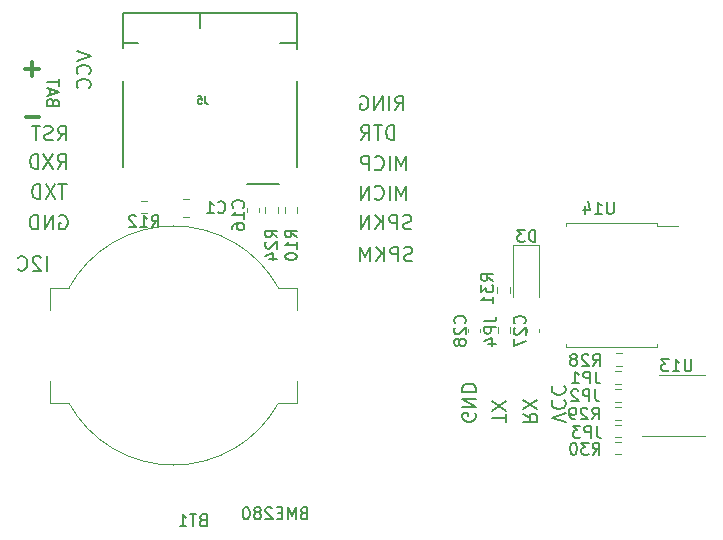
<source format=gbr>
%TF.GenerationSoftware,KiCad,Pcbnew,7.0.2*%
%TF.CreationDate,2024-10-19T10:13:07+03:00*%
%TF.ProjectId,gps_tracer,6770735f-7472-4616-9365-722e6b696361,rev?*%
%TF.SameCoordinates,Original*%
%TF.FileFunction,Legend,Bot*%
%TF.FilePolarity,Positive*%
%FSLAX46Y46*%
G04 Gerber Fmt 4.6, Leading zero omitted, Abs format (unit mm)*
G04 Created by KiCad (PCBNEW 7.0.2) date 2024-10-19 10:13:07*
%MOMM*%
%LPD*%
G01*
G04 APERTURE LIST*
%ADD10C,0.150000*%
%ADD11C,0.300000*%
%ADD12C,0.200000*%
%ADD13C,0.120000*%
G04 APERTURE END LIST*
D10*
X52076190Y-44508571D02*
X52028571Y-44365714D01*
X52028571Y-44365714D02*
X51980952Y-44318095D01*
X51980952Y-44318095D02*
X51885714Y-44270476D01*
X51885714Y-44270476D02*
X51742857Y-44270476D01*
X51742857Y-44270476D02*
X51647619Y-44318095D01*
X51647619Y-44318095D02*
X51600000Y-44365714D01*
X51600000Y-44365714D02*
X51552380Y-44460952D01*
X51552380Y-44460952D02*
X51552380Y-44841904D01*
X51552380Y-44841904D02*
X52552380Y-44841904D01*
X52552380Y-44841904D02*
X52552380Y-44508571D01*
X52552380Y-44508571D02*
X52504761Y-44413333D01*
X52504761Y-44413333D02*
X52457142Y-44365714D01*
X52457142Y-44365714D02*
X52361904Y-44318095D01*
X52361904Y-44318095D02*
X52266666Y-44318095D01*
X52266666Y-44318095D02*
X52171428Y-44365714D01*
X52171428Y-44365714D02*
X52123809Y-44413333D01*
X52123809Y-44413333D02*
X52076190Y-44508571D01*
X52076190Y-44508571D02*
X52076190Y-44841904D01*
X51838095Y-43889523D02*
X51838095Y-43413333D01*
X51552380Y-43984761D02*
X52552380Y-43651428D01*
X52552380Y-43651428D02*
X51552380Y-43318095D01*
X52552380Y-43127618D02*
X52552380Y-42556190D01*
X51552380Y-42841904D02*
X52552380Y-42841904D01*
D11*
X50832857Y-41735000D02*
X49690000Y-41735000D01*
X50261428Y-42306428D02*
X50261428Y-41163571D01*
D12*
X51530285Y-58781142D02*
X51530285Y-57581142D01*
X51015999Y-57695428D02*
X50958856Y-57638285D01*
X50958856Y-57638285D02*
X50844571Y-57581142D01*
X50844571Y-57581142D02*
X50558856Y-57581142D01*
X50558856Y-57581142D02*
X50444571Y-57638285D01*
X50444571Y-57638285D02*
X50387428Y-57695428D01*
X50387428Y-57695428D02*
X50330285Y-57809714D01*
X50330285Y-57809714D02*
X50330285Y-57924000D01*
X50330285Y-57924000D02*
X50387428Y-58095428D01*
X50387428Y-58095428D02*
X51073142Y-58781142D01*
X51073142Y-58781142D02*
X50330285Y-58781142D01*
X49130285Y-58666857D02*
X49187428Y-58724000D01*
X49187428Y-58724000D02*
X49358856Y-58781142D01*
X49358856Y-58781142D02*
X49473142Y-58781142D01*
X49473142Y-58781142D02*
X49644571Y-58724000D01*
X49644571Y-58724000D02*
X49758856Y-58609714D01*
X49758856Y-58609714D02*
X49815999Y-58495428D01*
X49815999Y-58495428D02*
X49873142Y-58266857D01*
X49873142Y-58266857D02*
X49873142Y-58095428D01*
X49873142Y-58095428D02*
X49815999Y-57866857D01*
X49815999Y-57866857D02*
X49758856Y-57752571D01*
X49758856Y-57752571D02*
X49644571Y-57638285D01*
X49644571Y-57638285D02*
X49473142Y-57581142D01*
X49473142Y-57581142D02*
X49358856Y-57581142D01*
X49358856Y-57581142D02*
X49187428Y-57638285D01*
X49187428Y-57638285D02*
X49130285Y-57695428D01*
D11*
X50902857Y-45765000D02*
X49760000Y-45765000D01*
D10*
%TO.C,U5*%
X73270952Y-79308809D02*
X73128095Y-79356428D01*
X73128095Y-79356428D02*
X73080476Y-79404047D01*
X73080476Y-79404047D02*
X73032857Y-79499285D01*
X73032857Y-79499285D02*
X73032857Y-79642142D01*
X73032857Y-79642142D02*
X73080476Y-79737380D01*
X73080476Y-79737380D02*
X73128095Y-79785000D01*
X73128095Y-79785000D02*
X73223333Y-79832619D01*
X73223333Y-79832619D02*
X73604285Y-79832619D01*
X73604285Y-79832619D02*
X73604285Y-78832619D01*
X73604285Y-78832619D02*
X73270952Y-78832619D01*
X73270952Y-78832619D02*
X73175714Y-78880238D01*
X73175714Y-78880238D02*
X73128095Y-78927857D01*
X73128095Y-78927857D02*
X73080476Y-79023095D01*
X73080476Y-79023095D02*
X73080476Y-79118333D01*
X73080476Y-79118333D02*
X73128095Y-79213571D01*
X73128095Y-79213571D02*
X73175714Y-79261190D01*
X73175714Y-79261190D02*
X73270952Y-79308809D01*
X73270952Y-79308809D02*
X73604285Y-79308809D01*
X72604285Y-79832619D02*
X72604285Y-78832619D01*
X72604285Y-78832619D02*
X72270952Y-79546904D01*
X72270952Y-79546904D02*
X71937619Y-78832619D01*
X71937619Y-78832619D02*
X71937619Y-79832619D01*
X71461428Y-79308809D02*
X71128095Y-79308809D01*
X70985238Y-79832619D02*
X71461428Y-79832619D01*
X71461428Y-79832619D02*
X71461428Y-78832619D01*
X71461428Y-78832619D02*
X70985238Y-78832619D01*
X70604285Y-78927857D02*
X70556666Y-78880238D01*
X70556666Y-78880238D02*
X70461428Y-78832619D01*
X70461428Y-78832619D02*
X70223333Y-78832619D01*
X70223333Y-78832619D02*
X70128095Y-78880238D01*
X70128095Y-78880238D02*
X70080476Y-78927857D01*
X70080476Y-78927857D02*
X70032857Y-79023095D01*
X70032857Y-79023095D02*
X70032857Y-79118333D01*
X70032857Y-79118333D02*
X70080476Y-79261190D01*
X70080476Y-79261190D02*
X70651904Y-79832619D01*
X70651904Y-79832619D02*
X70032857Y-79832619D01*
X69461428Y-79261190D02*
X69556666Y-79213571D01*
X69556666Y-79213571D02*
X69604285Y-79165952D01*
X69604285Y-79165952D02*
X69651904Y-79070714D01*
X69651904Y-79070714D02*
X69651904Y-79023095D01*
X69651904Y-79023095D02*
X69604285Y-78927857D01*
X69604285Y-78927857D02*
X69556666Y-78880238D01*
X69556666Y-78880238D02*
X69461428Y-78832619D01*
X69461428Y-78832619D02*
X69270952Y-78832619D01*
X69270952Y-78832619D02*
X69175714Y-78880238D01*
X69175714Y-78880238D02*
X69128095Y-78927857D01*
X69128095Y-78927857D02*
X69080476Y-79023095D01*
X69080476Y-79023095D02*
X69080476Y-79070714D01*
X69080476Y-79070714D02*
X69128095Y-79165952D01*
X69128095Y-79165952D02*
X69175714Y-79213571D01*
X69175714Y-79213571D02*
X69270952Y-79261190D01*
X69270952Y-79261190D02*
X69461428Y-79261190D01*
X69461428Y-79261190D02*
X69556666Y-79308809D01*
X69556666Y-79308809D02*
X69604285Y-79356428D01*
X69604285Y-79356428D02*
X69651904Y-79451666D01*
X69651904Y-79451666D02*
X69651904Y-79642142D01*
X69651904Y-79642142D02*
X69604285Y-79737380D01*
X69604285Y-79737380D02*
X69556666Y-79785000D01*
X69556666Y-79785000D02*
X69461428Y-79832619D01*
X69461428Y-79832619D02*
X69270952Y-79832619D01*
X69270952Y-79832619D02*
X69175714Y-79785000D01*
X69175714Y-79785000D02*
X69128095Y-79737380D01*
X69128095Y-79737380D02*
X69080476Y-79642142D01*
X69080476Y-79642142D02*
X69080476Y-79451666D01*
X69080476Y-79451666D02*
X69128095Y-79356428D01*
X69128095Y-79356428D02*
X69175714Y-79308809D01*
X69175714Y-79308809D02*
X69270952Y-79261190D01*
X68461428Y-78832619D02*
X68366190Y-78832619D01*
X68366190Y-78832619D02*
X68270952Y-78880238D01*
X68270952Y-78880238D02*
X68223333Y-78927857D01*
X68223333Y-78927857D02*
X68175714Y-79023095D01*
X68175714Y-79023095D02*
X68128095Y-79213571D01*
X68128095Y-79213571D02*
X68128095Y-79451666D01*
X68128095Y-79451666D02*
X68175714Y-79642142D01*
X68175714Y-79642142D02*
X68223333Y-79737380D01*
X68223333Y-79737380D02*
X68270952Y-79785000D01*
X68270952Y-79785000D02*
X68366190Y-79832619D01*
X68366190Y-79832619D02*
X68461428Y-79832619D01*
X68461428Y-79832619D02*
X68556666Y-79785000D01*
X68556666Y-79785000D02*
X68604285Y-79737380D01*
X68604285Y-79737380D02*
X68651904Y-79642142D01*
X68651904Y-79642142D02*
X68699523Y-79451666D01*
X68699523Y-79451666D02*
X68699523Y-79213571D01*
X68699523Y-79213571D02*
X68651904Y-79023095D01*
X68651904Y-79023095D02*
X68604285Y-78927857D01*
X68604285Y-78927857D02*
X68556666Y-78880238D01*
X68556666Y-78880238D02*
X68461428Y-78832619D01*
D12*
%TO.C,U7*%
X52605714Y-54150285D02*
X52720000Y-54093142D01*
X52720000Y-54093142D02*
X52891428Y-54093142D01*
X52891428Y-54093142D02*
X53062857Y-54150285D01*
X53062857Y-54150285D02*
X53177142Y-54264571D01*
X53177142Y-54264571D02*
X53234285Y-54378857D01*
X53234285Y-54378857D02*
X53291428Y-54607428D01*
X53291428Y-54607428D02*
X53291428Y-54778857D01*
X53291428Y-54778857D02*
X53234285Y-55007428D01*
X53234285Y-55007428D02*
X53177142Y-55121714D01*
X53177142Y-55121714D02*
X53062857Y-55236000D01*
X53062857Y-55236000D02*
X52891428Y-55293142D01*
X52891428Y-55293142D02*
X52777142Y-55293142D01*
X52777142Y-55293142D02*
X52605714Y-55236000D01*
X52605714Y-55236000D02*
X52548571Y-55178857D01*
X52548571Y-55178857D02*
X52548571Y-54778857D01*
X52548571Y-54778857D02*
X52777142Y-54778857D01*
X52034285Y-55293142D02*
X52034285Y-54093142D01*
X52034285Y-54093142D02*
X51348571Y-55293142D01*
X51348571Y-55293142D02*
X51348571Y-54093142D01*
X50777142Y-55293142D02*
X50777142Y-54093142D01*
X50777142Y-54093142D02*
X50491428Y-54093142D01*
X50491428Y-54093142D02*
X50319999Y-54150285D01*
X50319999Y-54150285D02*
X50205714Y-54264571D01*
X50205714Y-54264571D02*
X50148571Y-54378857D01*
X50148571Y-54378857D02*
X50091428Y-54607428D01*
X50091428Y-54607428D02*
X50091428Y-54778857D01*
X50091428Y-54778857D02*
X50148571Y-55007428D01*
X50148571Y-55007428D02*
X50205714Y-55121714D01*
X50205714Y-55121714D02*
X50319999Y-55236000D01*
X50319999Y-55236000D02*
X50491428Y-55293142D01*
X50491428Y-55293142D02*
X50777142Y-55293142D01*
X52448571Y-50148142D02*
X52848571Y-49576714D01*
X53134285Y-50148142D02*
X53134285Y-48948142D01*
X53134285Y-48948142D02*
X52677142Y-48948142D01*
X52677142Y-48948142D02*
X52562857Y-49005285D01*
X52562857Y-49005285D02*
X52505714Y-49062428D01*
X52505714Y-49062428D02*
X52448571Y-49176714D01*
X52448571Y-49176714D02*
X52448571Y-49348142D01*
X52448571Y-49348142D02*
X52505714Y-49462428D01*
X52505714Y-49462428D02*
X52562857Y-49519571D01*
X52562857Y-49519571D02*
X52677142Y-49576714D01*
X52677142Y-49576714D02*
X53134285Y-49576714D01*
X52048571Y-48948142D02*
X51248571Y-50148142D01*
X51248571Y-48948142D02*
X52048571Y-50148142D01*
X50791428Y-50148142D02*
X50791428Y-48948142D01*
X50791428Y-48948142D02*
X50505714Y-48948142D01*
X50505714Y-48948142D02*
X50334285Y-49005285D01*
X50334285Y-49005285D02*
X50220000Y-49119571D01*
X50220000Y-49119571D02*
X50162857Y-49233857D01*
X50162857Y-49233857D02*
X50105714Y-49462428D01*
X50105714Y-49462428D02*
X50105714Y-49633857D01*
X50105714Y-49633857D02*
X50162857Y-49862428D01*
X50162857Y-49862428D02*
X50220000Y-49976714D01*
X50220000Y-49976714D02*
X50334285Y-50091000D01*
X50334285Y-50091000D02*
X50505714Y-50148142D01*
X50505714Y-50148142D02*
X50791428Y-50148142D01*
X54053142Y-40224285D02*
X55253142Y-40624285D01*
X55253142Y-40624285D02*
X54053142Y-41024285D01*
X55138857Y-42109999D02*
X55196000Y-42052856D01*
X55196000Y-42052856D02*
X55253142Y-41881428D01*
X55253142Y-41881428D02*
X55253142Y-41767142D01*
X55253142Y-41767142D02*
X55196000Y-41595713D01*
X55196000Y-41595713D02*
X55081714Y-41481428D01*
X55081714Y-41481428D02*
X54967428Y-41424285D01*
X54967428Y-41424285D02*
X54738857Y-41367142D01*
X54738857Y-41367142D02*
X54567428Y-41367142D01*
X54567428Y-41367142D02*
X54338857Y-41424285D01*
X54338857Y-41424285D02*
X54224571Y-41481428D01*
X54224571Y-41481428D02*
X54110285Y-41595713D01*
X54110285Y-41595713D02*
X54053142Y-41767142D01*
X54053142Y-41767142D02*
X54053142Y-41881428D01*
X54053142Y-41881428D02*
X54110285Y-42052856D01*
X54110285Y-42052856D02*
X54167428Y-42109999D01*
X55138857Y-43309999D02*
X55196000Y-43252856D01*
X55196000Y-43252856D02*
X55253142Y-43081428D01*
X55253142Y-43081428D02*
X55253142Y-42967142D01*
X55253142Y-42967142D02*
X55196000Y-42795713D01*
X55196000Y-42795713D02*
X55081714Y-42681428D01*
X55081714Y-42681428D02*
X54967428Y-42624285D01*
X54967428Y-42624285D02*
X54738857Y-42567142D01*
X54738857Y-42567142D02*
X54567428Y-42567142D01*
X54567428Y-42567142D02*
X54338857Y-42624285D01*
X54338857Y-42624285D02*
X54224571Y-42681428D01*
X54224571Y-42681428D02*
X54110285Y-42795713D01*
X54110285Y-42795713D02*
X54053142Y-42967142D01*
X54053142Y-42967142D02*
X54053142Y-43081428D01*
X54053142Y-43081428D02*
X54110285Y-43252856D01*
X54110285Y-43252856D02*
X54167428Y-43309999D01*
X80934285Y-47693142D02*
X80934285Y-46493142D01*
X80934285Y-46493142D02*
X80648571Y-46493142D01*
X80648571Y-46493142D02*
X80477142Y-46550285D01*
X80477142Y-46550285D02*
X80362857Y-46664571D01*
X80362857Y-46664571D02*
X80305714Y-46778857D01*
X80305714Y-46778857D02*
X80248571Y-47007428D01*
X80248571Y-47007428D02*
X80248571Y-47178857D01*
X80248571Y-47178857D02*
X80305714Y-47407428D01*
X80305714Y-47407428D02*
X80362857Y-47521714D01*
X80362857Y-47521714D02*
X80477142Y-47636000D01*
X80477142Y-47636000D02*
X80648571Y-47693142D01*
X80648571Y-47693142D02*
X80934285Y-47693142D01*
X79905714Y-46493142D02*
X79220000Y-46493142D01*
X79562857Y-47693142D02*
X79562857Y-46493142D01*
X78134285Y-47693142D02*
X78534285Y-47121714D01*
X78819999Y-47693142D02*
X78819999Y-46493142D01*
X78819999Y-46493142D02*
X78362856Y-46493142D01*
X78362856Y-46493142D02*
X78248571Y-46550285D01*
X78248571Y-46550285D02*
X78191428Y-46607428D01*
X78191428Y-46607428D02*
X78134285Y-46721714D01*
X78134285Y-46721714D02*
X78134285Y-46893142D01*
X78134285Y-46893142D02*
X78191428Y-47007428D01*
X78191428Y-47007428D02*
X78248571Y-47064571D01*
X78248571Y-47064571D02*
X78362856Y-47121714D01*
X78362856Y-47121714D02*
X78819999Y-47121714D01*
X53205714Y-51493142D02*
X52520000Y-51493142D01*
X52862857Y-52693142D02*
X52862857Y-51493142D01*
X52234285Y-51493142D02*
X51434285Y-52693142D01*
X51434285Y-51493142D02*
X52234285Y-52693142D01*
X50977142Y-52693142D02*
X50977142Y-51493142D01*
X50977142Y-51493142D02*
X50691428Y-51493142D01*
X50691428Y-51493142D02*
X50519999Y-51550285D01*
X50519999Y-51550285D02*
X50405714Y-51664571D01*
X50405714Y-51664571D02*
X50348571Y-51778857D01*
X50348571Y-51778857D02*
X50291428Y-52007428D01*
X50291428Y-52007428D02*
X50291428Y-52178857D01*
X50291428Y-52178857D02*
X50348571Y-52407428D01*
X50348571Y-52407428D02*
X50405714Y-52521714D01*
X50405714Y-52521714D02*
X50519999Y-52636000D01*
X50519999Y-52636000D02*
X50691428Y-52693142D01*
X50691428Y-52693142D02*
X50977142Y-52693142D01*
X81934285Y-50293142D02*
X81934285Y-49093142D01*
X81934285Y-49093142D02*
X81534285Y-49950285D01*
X81534285Y-49950285D02*
X81134285Y-49093142D01*
X81134285Y-49093142D02*
X81134285Y-50293142D01*
X80562856Y-50293142D02*
X80562856Y-49093142D01*
X79305713Y-50178857D02*
X79362856Y-50236000D01*
X79362856Y-50236000D02*
X79534284Y-50293142D01*
X79534284Y-50293142D02*
X79648570Y-50293142D01*
X79648570Y-50293142D02*
X79819999Y-50236000D01*
X79819999Y-50236000D02*
X79934284Y-50121714D01*
X79934284Y-50121714D02*
X79991427Y-50007428D01*
X79991427Y-50007428D02*
X80048570Y-49778857D01*
X80048570Y-49778857D02*
X80048570Y-49607428D01*
X80048570Y-49607428D02*
X79991427Y-49378857D01*
X79991427Y-49378857D02*
X79934284Y-49264571D01*
X79934284Y-49264571D02*
X79819999Y-49150285D01*
X79819999Y-49150285D02*
X79648570Y-49093142D01*
X79648570Y-49093142D02*
X79534284Y-49093142D01*
X79534284Y-49093142D02*
X79362856Y-49150285D01*
X79362856Y-49150285D02*
X79305713Y-49207428D01*
X78791427Y-50293142D02*
X78791427Y-49093142D01*
X78791427Y-49093142D02*
X78334284Y-49093142D01*
X78334284Y-49093142D02*
X78219999Y-49150285D01*
X78219999Y-49150285D02*
X78162856Y-49207428D01*
X78162856Y-49207428D02*
X78105713Y-49321714D01*
X78105713Y-49321714D02*
X78105713Y-49493142D01*
X78105713Y-49493142D02*
X78162856Y-49607428D01*
X78162856Y-49607428D02*
X78219999Y-49664571D01*
X78219999Y-49664571D02*
X78334284Y-49721714D01*
X78334284Y-49721714D02*
X78791427Y-49721714D01*
X81048571Y-45193142D02*
X81448571Y-44621714D01*
X81734285Y-45193142D02*
X81734285Y-43993142D01*
X81734285Y-43993142D02*
X81277142Y-43993142D01*
X81277142Y-43993142D02*
X81162857Y-44050285D01*
X81162857Y-44050285D02*
X81105714Y-44107428D01*
X81105714Y-44107428D02*
X81048571Y-44221714D01*
X81048571Y-44221714D02*
X81048571Y-44393142D01*
X81048571Y-44393142D02*
X81105714Y-44507428D01*
X81105714Y-44507428D02*
X81162857Y-44564571D01*
X81162857Y-44564571D02*
X81277142Y-44621714D01*
X81277142Y-44621714D02*
X81734285Y-44621714D01*
X80534285Y-45193142D02*
X80534285Y-43993142D01*
X79962856Y-45193142D02*
X79962856Y-43993142D01*
X79962856Y-43993142D02*
X79277142Y-45193142D01*
X79277142Y-45193142D02*
X79277142Y-43993142D01*
X78077142Y-44050285D02*
X78191428Y-43993142D01*
X78191428Y-43993142D02*
X78362856Y-43993142D01*
X78362856Y-43993142D02*
X78534285Y-44050285D01*
X78534285Y-44050285D02*
X78648570Y-44164571D01*
X78648570Y-44164571D02*
X78705713Y-44278857D01*
X78705713Y-44278857D02*
X78762856Y-44507428D01*
X78762856Y-44507428D02*
X78762856Y-44678857D01*
X78762856Y-44678857D02*
X78705713Y-44907428D01*
X78705713Y-44907428D02*
X78648570Y-45021714D01*
X78648570Y-45021714D02*
X78534285Y-45136000D01*
X78534285Y-45136000D02*
X78362856Y-45193142D01*
X78362856Y-45193142D02*
X78248570Y-45193142D01*
X78248570Y-45193142D02*
X78077142Y-45136000D01*
X78077142Y-45136000D02*
X78019999Y-45078857D01*
X78019999Y-45078857D02*
X78019999Y-44678857D01*
X78019999Y-44678857D02*
X78248570Y-44678857D01*
X82391428Y-55236000D02*
X82220000Y-55293142D01*
X82220000Y-55293142D02*
X81934285Y-55293142D01*
X81934285Y-55293142D02*
X81820000Y-55236000D01*
X81820000Y-55236000D02*
X81762857Y-55178857D01*
X81762857Y-55178857D02*
X81705714Y-55064571D01*
X81705714Y-55064571D02*
X81705714Y-54950285D01*
X81705714Y-54950285D02*
X81762857Y-54836000D01*
X81762857Y-54836000D02*
X81820000Y-54778857D01*
X81820000Y-54778857D02*
X81934285Y-54721714D01*
X81934285Y-54721714D02*
X82162857Y-54664571D01*
X82162857Y-54664571D02*
X82277142Y-54607428D01*
X82277142Y-54607428D02*
X82334285Y-54550285D01*
X82334285Y-54550285D02*
X82391428Y-54436000D01*
X82391428Y-54436000D02*
X82391428Y-54321714D01*
X82391428Y-54321714D02*
X82334285Y-54207428D01*
X82334285Y-54207428D02*
X82277142Y-54150285D01*
X82277142Y-54150285D02*
X82162857Y-54093142D01*
X82162857Y-54093142D02*
X81877142Y-54093142D01*
X81877142Y-54093142D02*
X81705714Y-54150285D01*
X81191428Y-55293142D02*
X81191428Y-54093142D01*
X81191428Y-54093142D02*
X80734285Y-54093142D01*
X80734285Y-54093142D02*
X80620000Y-54150285D01*
X80620000Y-54150285D02*
X80562857Y-54207428D01*
X80562857Y-54207428D02*
X80505714Y-54321714D01*
X80505714Y-54321714D02*
X80505714Y-54493142D01*
X80505714Y-54493142D02*
X80562857Y-54607428D01*
X80562857Y-54607428D02*
X80620000Y-54664571D01*
X80620000Y-54664571D02*
X80734285Y-54721714D01*
X80734285Y-54721714D02*
X81191428Y-54721714D01*
X79991428Y-55293142D02*
X79991428Y-54093142D01*
X79305714Y-55293142D02*
X79820000Y-54607428D01*
X79305714Y-54093142D02*
X79991428Y-54778857D01*
X78791428Y-55293142D02*
X78791428Y-54093142D01*
X78791428Y-54093142D02*
X78105714Y-55293142D01*
X78105714Y-55293142D02*
X78105714Y-54093142D01*
X81934285Y-52793142D02*
X81934285Y-51593142D01*
X81934285Y-51593142D02*
X81534285Y-52450285D01*
X81534285Y-52450285D02*
X81134285Y-51593142D01*
X81134285Y-51593142D02*
X81134285Y-52793142D01*
X80562856Y-52793142D02*
X80562856Y-51593142D01*
X79305713Y-52678857D02*
X79362856Y-52736000D01*
X79362856Y-52736000D02*
X79534284Y-52793142D01*
X79534284Y-52793142D02*
X79648570Y-52793142D01*
X79648570Y-52793142D02*
X79819999Y-52736000D01*
X79819999Y-52736000D02*
X79934284Y-52621714D01*
X79934284Y-52621714D02*
X79991427Y-52507428D01*
X79991427Y-52507428D02*
X80048570Y-52278857D01*
X80048570Y-52278857D02*
X80048570Y-52107428D01*
X80048570Y-52107428D02*
X79991427Y-51878857D01*
X79991427Y-51878857D02*
X79934284Y-51764571D01*
X79934284Y-51764571D02*
X79819999Y-51650285D01*
X79819999Y-51650285D02*
X79648570Y-51593142D01*
X79648570Y-51593142D02*
X79534284Y-51593142D01*
X79534284Y-51593142D02*
X79362856Y-51650285D01*
X79362856Y-51650285D02*
X79305713Y-51707428D01*
X78791427Y-52793142D02*
X78791427Y-51593142D01*
X78791427Y-51593142D02*
X78105713Y-52793142D01*
X78105713Y-52793142D02*
X78105713Y-51593142D01*
X52478571Y-47753142D02*
X52878571Y-47181714D01*
X53164285Y-47753142D02*
X53164285Y-46553142D01*
X53164285Y-46553142D02*
X52707142Y-46553142D01*
X52707142Y-46553142D02*
X52592857Y-46610285D01*
X52592857Y-46610285D02*
X52535714Y-46667428D01*
X52535714Y-46667428D02*
X52478571Y-46781714D01*
X52478571Y-46781714D02*
X52478571Y-46953142D01*
X52478571Y-46953142D02*
X52535714Y-47067428D01*
X52535714Y-47067428D02*
X52592857Y-47124571D01*
X52592857Y-47124571D02*
X52707142Y-47181714D01*
X52707142Y-47181714D02*
X53164285Y-47181714D01*
X52021428Y-47696000D02*
X51850000Y-47753142D01*
X51850000Y-47753142D02*
X51564285Y-47753142D01*
X51564285Y-47753142D02*
X51450000Y-47696000D01*
X51450000Y-47696000D02*
X51392857Y-47638857D01*
X51392857Y-47638857D02*
X51335714Y-47524571D01*
X51335714Y-47524571D02*
X51335714Y-47410285D01*
X51335714Y-47410285D02*
X51392857Y-47296000D01*
X51392857Y-47296000D02*
X51450000Y-47238857D01*
X51450000Y-47238857D02*
X51564285Y-47181714D01*
X51564285Y-47181714D02*
X51792857Y-47124571D01*
X51792857Y-47124571D02*
X51907142Y-47067428D01*
X51907142Y-47067428D02*
X51964285Y-47010285D01*
X51964285Y-47010285D02*
X52021428Y-46896000D01*
X52021428Y-46896000D02*
X52021428Y-46781714D01*
X52021428Y-46781714D02*
X51964285Y-46667428D01*
X51964285Y-46667428D02*
X51907142Y-46610285D01*
X51907142Y-46610285D02*
X51792857Y-46553142D01*
X51792857Y-46553142D02*
X51507142Y-46553142D01*
X51507142Y-46553142D02*
X51335714Y-46610285D01*
X50992857Y-46553142D02*
X50307143Y-46553142D01*
X50650000Y-47753142D02*
X50650000Y-46553142D01*
X82491428Y-57936000D02*
X82320000Y-57993142D01*
X82320000Y-57993142D02*
X82034285Y-57993142D01*
X82034285Y-57993142D02*
X81920000Y-57936000D01*
X81920000Y-57936000D02*
X81862857Y-57878857D01*
X81862857Y-57878857D02*
X81805714Y-57764571D01*
X81805714Y-57764571D02*
X81805714Y-57650285D01*
X81805714Y-57650285D02*
X81862857Y-57536000D01*
X81862857Y-57536000D02*
X81920000Y-57478857D01*
X81920000Y-57478857D02*
X82034285Y-57421714D01*
X82034285Y-57421714D02*
X82262857Y-57364571D01*
X82262857Y-57364571D02*
X82377142Y-57307428D01*
X82377142Y-57307428D02*
X82434285Y-57250285D01*
X82434285Y-57250285D02*
X82491428Y-57136000D01*
X82491428Y-57136000D02*
X82491428Y-57021714D01*
X82491428Y-57021714D02*
X82434285Y-56907428D01*
X82434285Y-56907428D02*
X82377142Y-56850285D01*
X82377142Y-56850285D02*
X82262857Y-56793142D01*
X82262857Y-56793142D02*
X81977142Y-56793142D01*
X81977142Y-56793142D02*
X81805714Y-56850285D01*
X81291428Y-57993142D02*
X81291428Y-56793142D01*
X81291428Y-56793142D02*
X80834285Y-56793142D01*
X80834285Y-56793142D02*
X80720000Y-56850285D01*
X80720000Y-56850285D02*
X80662857Y-56907428D01*
X80662857Y-56907428D02*
X80605714Y-57021714D01*
X80605714Y-57021714D02*
X80605714Y-57193142D01*
X80605714Y-57193142D02*
X80662857Y-57307428D01*
X80662857Y-57307428D02*
X80720000Y-57364571D01*
X80720000Y-57364571D02*
X80834285Y-57421714D01*
X80834285Y-57421714D02*
X81291428Y-57421714D01*
X80091428Y-57993142D02*
X80091428Y-56793142D01*
X79405714Y-57993142D02*
X79920000Y-57307428D01*
X79405714Y-56793142D02*
X80091428Y-57478857D01*
X78891428Y-57993142D02*
X78891428Y-56793142D01*
X78891428Y-56793142D02*
X78491428Y-57650285D01*
X78491428Y-57650285D02*
X78091428Y-56793142D01*
X78091428Y-56793142D02*
X78091428Y-57993142D01*
%TO.C,U6*%
X91846857Y-70908571D02*
X92418285Y-71308571D01*
X91846857Y-71594285D02*
X93046857Y-71594285D01*
X93046857Y-71594285D02*
X93046857Y-71137142D01*
X93046857Y-71137142D02*
X92989714Y-71022857D01*
X92989714Y-71022857D02*
X92932571Y-70965714D01*
X92932571Y-70965714D02*
X92818285Y-70908571D01*
X92818285Y-70908571D02*
X92646857Y-70908571D01*
X92646857Y-70908571D02*
X92532571Y-70965714D01*
X92532571Y-70965714D02*
X92475428Y-71022857D01*
X92475428Y-71022857D02*
X92418285Y-71137142D01*
X92418285Y-71137142D02*
X92418285Y-71594285D01*
X93046857Y-70508571D02*
X91846857Y-69708571D01*
X93046857Y-69708571D02*
X91846857Y-70508571D01*
X87819714Y-70885714D02*
X87876857Y-71000000D01*
X87876857Y-71000000D02*
X87876857Y-71171428D01*
X87876857Y-71171428D02*
X87819714Y-71342857D01*
X87819714Y-71342857D02*
X87705428Y-71457142D01*
X87705428Y-71457142D02*
X87591142Y-71514285D01*
X87591142Y-71514285D02*
X87362571Y-71571428D01*
X87362571Y-71571428D02*
X87191142Y-71571428D01*
X87191142Y-71571428D02*
X86962571Y-71514285D01*
X86962571Y-71514285D02*
X86848285Y-71457142D01*
X86848285Y-71457142D02*
X86734000Y-71342857D01*
X86734000Y-71342857D02*
X86676857Y-71171428D01*
X86676857Y-71171428D02*
X86676857Y-71057142D01*
X86676857Y-71057142D02*
X86734000Y-70885714D01*
X86734000Y-70885714D02*
X86791142Y-70828571D01*
X86791142Y-70828571D02*
X87191142Y-70828571D01*
X87191142Y-70828571D02*
X87191142Y-71057142D01*
X86676857Y-70314285D02*
X87876857Y-70314285D01*
X87876857Y-70314285D02*
X86676857Y-69628571D01*
X86676857Y-69628571D02*
X87876857Y-69628571D01*
X86676857Y-69057142D02*
X87876857Y-69057142D01*
X87876857Y-69057142D02*
X87876857Y-68771428D01*
X87876857Y-68771428D02*
X87819714Y-68599999D01*
X87819714Y-68599999D02*
X87705428Y-68485714D01*
X87705428Y-68485714D02*
X87591142Y-68428571D01*
X87591142Y-68428571D02*
X87362571Y-68371428D01*
X87362571Y-68371428D02*
X87191142Y-68371428D01*
X87191142Y-68371428D02*
X86962571Y-68428571D01*
X86962571Y-68428571D02*
X86848285Y-68485714D01*
X86848285Y-68485714D02*
X86734000Y-68599999D01*
X86734000Y-68599999D02*
X86676857Y-68771428D01*
X86676857Y-68771428D02*
X86676857Y-69057142D01*
X95476857Y-71645714D02*
X94276857Y-71245714D01*
X94276857Y-71245714D02*
X95476857Y-70845714D01*
X94391142Y-69760000D02*
X94334000Y-69817143D01*
X94334000Y-69817143D02*
X94276857Y-69988571D01*
X94276857Y-69988571D02*
X94276857Y-70102857D01*
X94276857Y-70102857D02*
X94334000Y-70274286D01*
X94334000Y-70274286D02*
X94448285Y-70388571D01*
X94448285Y-70388571D02*
X94562571Y-70445714D01*
X94562571Y-70445714D02*
X94791142Y-70502857D01*
X94791142Y-70502857D02*
X94962571Y-70502857D01*
X94962571Y-70502857D02*
X95191142Y-70445714D01*
X95191142Y-70445714D02*
X95305428Y-70388571D01*
X95305428Y-70388571D02*
X95419714Y-70274286D01*
X95419714Y-70274286D02*
X95476857Y-70102857D01*
X95476857Y-70102857D02*
X95476857Y-69988571D01*
X95476857Y-69988571D02*
X95419714Y-69817143D01*
X95419714Y-69817143D02*
X95362571Y-69760000D01*
X94391142Y-68560000D02*
X94334000Y-68617143D01*
X94334000Y-68617143D02*
X94276857Y-68788571D01*
X94276857Y-68788571D02*
X94276857Y-68902857D01*
X94276857Y-68902857D02*
X94334000Y-69074286D01*
X94334000Y-69074286D02*
X94448285Y-69188571D01*
X94448285Y-69188571D02*
X94562571Y-69245714D01*
X94562571Y-69245714D02*
X94791142Y-69302857D01*
X94791142Y-69302857D02*
X94962571Y-69302857D01*
X94962571Y-69302857D02*
X95191142Y-69245714D01*
X95191142Y-69245714D02*
X95305428Y-69188571D01*
X95305428Y-69188571D02*
X95419714Y-69074286D01*
X95419714Y-69074286D02*
X95476857Y-68902857D01*
X95476857Y-68902857D02*
X95476857Y-68788571D01*
X95476857Y-68788571D02*
X95419714Y-68617143D01*
X95419714Y-68617143D02*
X95362571Y-68560000D01*
X90426857Y-71615714D02*
X90426857Y-70930000D01*
X89226857Y-71272857D02*
X90426857Y-71272857D01*
X90426857Y-70644285D02*
X89226857Y-69844285D01*
X90426857Y-69844285D02*
X89226857Y-70644285D01*
D10*
%TO.C,R29*%
X97692857Y-71382619D02*
X98026190Y-70906428D01*
X98264285Y-71382619D02*
X98264285Y-70382619D01*
X98264285Y-70382619D02*
X97883333Y-70382619D01*
X97883333Y-70382619D02*
X97788095Y-70430238D01*
X97788095Y-70430238D02*
X97740476Y-70477857D01*
X97740476Y-70477857D02*
X97692857Y-70573095D01*
X97692857Y-70573095D02*
X97692857Y-70715952D01*
X97692857Y-70715952D02*
X97740476Y-70811190D01*
X97740476Y-70811190D02*
X97788095Y-70858809D01*
X97788095Y-70858809D02*
X97883333Y-70906428D01*
X97883333Y-70906428D02*
X98264285Y-70906428D01*
X97311904Y-70477857D02*
X97264285Y-70430238D01*
X97264285Y-70430238D02*
X97169047Y-70382619D01*
X97169047Y-70382619D02*
X96930952Y-70382619D01*
X96930952Y-70382619D02*
X96835714Y-70430238D01*
X96835714Y-70430238D02*
X96788095Y-70477857D01*
X96788095Y-70477857D02*
X96740476Y-70573095D01*
X96740476Y-70573095D02*
X96740476Y-70668333D01*
X96740476Y-70668333D02*
X96788095Y-70811190D01*
X96788095Y-70811190D02*
X97359523Y-71382619D01*
X97359523Y-71382619D02*
X96740476Y-71382619D01*
X96264285Y-71382619D02*
X96073809Y-71382619D01*
X96073809Y-71382619D02*
X95978571Y-71335000D01*
X95978571Y-71335000D02*
X95930952Y-71287380D01*
X95930952Y-71287380D02*
X95835714Y-71144523D01*
X95835714Y-71144523D02*
X95788095Y-70954047D01*
X95788095Y-70954047D02*
X95788095Y-70573095D01*
X95788095Y-70573095D02*
X95835714Y-70477857D01*
X95835714Y-70477857D02*
X95883333Y-70430238D01*
X95883333Y-70430238D02*
X95978571Y-70382619D01*
X95978571Y-70382619D02*
X96169047Y-70382619D01*
X96169047Y-70382619D02*
X96264285Y-70430238D01*
X96264285Y-70430238D02*
X96311904Y-70477857D01*
X96311904Y-70477857D02*
X96359523Y-70573095D01*
X96359523Y-70573095D02*
X96359523Y-70811190D01*
X96359523Y-70811190D02*
X96311904Y-70906428D01*
X96311904Y-70906428D02*
X96264285Y-70954047D01*
X96264285Y-70954047D02*
X96169047Y-71001666D01*
X96169047Y-71001666D02*
X95978571Y-71001666D01*
X95978571Y-71001666D02*
X95883333Y-70954047D01*
X95883333Y-70954047D02*
X95835714Y-70906428D01*
X95835714Y-70906428D02*
X95788095Y-70811190D01*
%TO.C,JP1*%
X98003333Y-67342619D02*
X98003333Y-68056904D01*
X98003333Y-68056904D02*
X98050952Y-68199761D01*
X98050952Y-68199761D02*
X98146190Y-68295000D01*
X98146190Y-68295000D02*
X98289047Y-68342619D01*
X98289047Y-68342619D02*
X98384285Y-68342619D01*
X97527142Y-68342619D02*
X97527142Y-67342619D01*
X97527142Y-67342619D02*
X97146190Y-67342619D01*
X97146190Y-67342619D02*
X97050952Y-67390238D01*
X97050952Y-67390238D02*
X97003333Y-67437857D01*
X97003333Y-67437857D02*
X96955714Y-67533095D01*
X96955714Y-67533095D02*
X96955714Y-67675952D01*
X96955714Y-67675952D02*
X97003333Y-67771190D01*
X97003333Y-67771190D02*
X97050952Y-67818809D01*
X97050952Y-67818809D02*
X97146190Y-67866428D01*
X97146190Y-67866428D02*
X97527142Y-67866428D01*
X96003333Y-68342619D02*
X96574761Y-68342619D01*
X96289047Y-68342619D02*
X96289047Y-67342619D01*
X96289047Y-67342619D02*
X96384285Y-67485476D01*
X96384285Y-67485476D02*
X96479523Y-67580714D01*
X96479523Y-67580714D02*
X96574761Y-67628333D01*
%TO.C,U13*%
X106098094Y-66302619D02*
X106098094Y-67112142D01*
X106098094Y-67112142D02*
X106050475Y-67207380D01*
X106050475Y-67207380D02*
X106002856Y-67255000D01*
X106002856Y-67255000D02*
X105907618Y-67302619D01*
X105907618Y-67302619D02*
X105717142Y-67302619D01*
X105717142Y-67302619D02*
X105621904Y-67255000D01*
X105621904Y-67255000D02*
X105574285Y-67207380D01*
X105574285Y-67207380D02*
X105526666Y-67112142D01*
X105526666Y-67112142D02*
X105526666Y-66302619D01*
X104526666Y-67302619D02*
X105098094Y-67302619D01*
X104812380Y-67302619D02*
X104812380Y-66302619D01*
X104812380Y-66302619D02*
X104907618Y-66445476D01*
X104907618Y-66445476D02*
X105002856Y-66540714D01*
X105002856Y-66540714D02*
X105098094Y-66588333D01*
X104193332Y-66302619D02*
X103574285Y-66302619D01*
X103574285Y-66302619D02*
X103907618Y-66683571D01*
X103907618Y-66683571D02*
X103764761Y-66683571D01*
X103764761Y-66683571D02*
X103669523Y-66731190D01*
X103669523Y-66731190D02*
X103621904Y-66778809D01*
X103621904Y-66778809D02*
X103574285Y-66874047D01*
X103574285Y-66874047D02*
X103574285Y-67112142D01*
X103574285Y-67112142D02*
X103621904Y-67207380D01*
X103621904Y-67207380D02*
X103669523Y-67255000D01*
X103669523Y-67255000D02*
X103764761Y-67302619D01*
X103764761Y-67302619D02*
X104050475Y-67302619D01*
X104050475Y-67302619D02*
X104145713Y-67255000D01*
X104145713Y-67255000D02*
X104193332Y-67207380D01*
%TO.C,R10*%
X72722619Y-55967142D02*
X72246428Y-55633809D01*
X72722619Y-55395714D02*
X71722619Y-55395714D01*
X71722619Y-55395714D02*
X71722619Y-55776666D01*
X71722619Y-55776666D02*
X71770238Y-55871904D01*
X71770238Y-55871904D02*
X71817857Y-55919523D01*
X71817857Y-55919523D02*
X71913095Y-55967142D01*
X71913095Y-55967142D02*
X72055952Y-55967142D01*
X72055952Y-55967142D02*
X72151190Y-55919523D01*
X72151190Y-55919523D02*
X72198809Y-55871904D01*
X72198809Y-55871904D02*
X72246428Y-55776666D01*
X72246428Y-55776666D02*
X72246428Y-55395714D01*
X72722619Y-56919523D02*
X72722619Y-56348095D01*
X72722619Y-56633809D02*
X71722619Y-56633809D01*
X71722619Y-56633809D02*
X71865476Y-56538571D01*
X71865476Y-56538571D02*
X71960714Y-56443333D01*
X71960714Y-56443333D02*
X72008333Y-56348095D01*
X71722619Y-57538571D02*
X71722619Y-57633809D01*
X71722619Y-57633809D02*
X71770238Y-57729047D01*
X71770238Y-57729047D02*
X71817857Y-57776666D01*
X71817857Y-57776666D02*
X71913095Y-57824285D01*
X71913095Y-57824285D02*
X72103571Y-57871904D01*
X72103571Y-57871904D02*
X72341666Y-57871904D01*
X72341666Y-57871904D02*
X72532142Y-57824285D01*
X72532142Y-57824285D02*
X72627380Y-57776666D01*
X72627380Y-57776666D02*
X72675000Y-57729047D01*
X72675000Y-57729047D02*
X72722619Y-57633809D01*
X72722619Y-57633809D02*
X72722619Y-57538571D01*
X72722619Y-57538571D02*
X72675000Y-57443333D01*
X72675000Y-57443333D02*
X72627380Y-57395714D01*
X72627380Y-57395714D02*
X72532142Y-57348095D01*
X72532142Y-57348095D02*
X72341666Y-57300476D01*
X72341666Y-57300476D02*
X72103571Y-57300476D01*
X72103571Y-57300476D02*
X71913095Y-57348095D01*
X71913095Y-57348095D02*
X71817857Y-57395714D01*
X71817857Y-57395714D02*
X71770238Y-57443333D01*
X71770238Y-57443333D02*
X71722619Y-57538571D01*
%TO.C,R31*%
X89322619Y-59657142D02*
X88846428Y-59323809D01*
X89322619Y-59085714D02*
X88322619Y-59085714D01*
X88322619Y-59085714D02*
X88322619Y-59466666D01*
X88322619Y-59466666D02*
X88370238Y-59561904D01*
X88370238Y-59561904D02*
X88417857Y-59609523D01*
X88417857Y-59609523D02*
X88513095Y-59657142D01*
X88513095Y-59657142D02*
X88655952Y-59657142D01*
X88655952Y-59657142D02*
X88751190Y-59609523D01*
X88751190Y-59609523D02*
X88798809Y-59561904D01*
X88798809Y-59561904D02*
X88846428Y-59466666D01*
X88846428Y-59466666D02*
X88846428Y-59085714D01*
X88322619Y-59990476D02*
X88322619Y-60609523D01*
X88322619Y-60609523D02*
X88703571Y-60276190D01*
X88703571Y-60276190D02*
X88703571Y-60419047D01*
X88703571Y-60419047D02*
X88751190Y-60514285D01*
X88751190Y-60514285D02*
X88798809Y-60561904D01*
X88798809Y-60561904D02*
X88894047Y-60609523D01*
X88894047Y-60609523D02*
X89132142Y-60609523D01*
X89132142Y-60609523D02*
X89227380Y-60561904D01*
X89227380Y-60561904D02*
X89275000Y-60514285D01*
X89275000Y-60514285D02*
X89322619Y-60419047D01*
X89322619Y-60419047D02*
X89322619Y-60133333D01*
X89322619Y-60133333D02*
X89275000Y-60038095D01*
X89275000Y-60038095D02*
X89227380Y-59990476D01*
X89322619Y-61561904D02*
X89322619Y-60990476D01*
X89322619Y-61276190D02*
X88322619Y-61276190D01*
X88322619Y-61276190D02*
X88465476Y-61180952D01*
X88465476Y-61180952D02*
X88560714Y-61085714D01*
X88560714Y-61085714D02*
X88608333Y-60990476D01*
%TO.C,C16*%
X68147380Y-53447142D02*
X68195000Y-53399523D01*
X68195000Y-53399523D02*
X68242619Y-53256666D01*
X68242619Y-53256666D02*
X68242619Y-53161428D01*
X68242619Y-53161428D02*
X68195000Y-53018571D01*
X68195000Y-53018571D02*
X68099761Y-52923333D01*
X68099761Y-52923333D02*
X68004523Y-52875714D01*
X68004523Y-52875714D02*
X67814047Y-52828095D01*
X67814047Y-52828095D02*
X67671190Y-52828095D01*
X67671190Y-52828095D02*
X67480714Y-52875714D01*
X67480714Y-52875714D02*
X67385476Y-52923333D01*
X67385476Y-52923333D02*
X67290238Y-53018571D01*
X67290238Y-53018571D02*
X67242619Y-53161428D01*
X67242619Y-53161428D02*
X67242619Y-53256666D01*
X67242619Y-53256666D02*
X67290238Y-53399523D01*
X67290238Y-53399523D02*
X67337857Y-53447142D01*
X68242619Y-54399523D02*
X68242619Y-53828095D01*
X68242619Y-54113809D02*
X67242619Y-54113809D01*
X67242619Y-54113809D02*
X67385476Y-54018571D01*
X67385476Y-54018571D02*
X67480714Y-53923333D01*
X67480714Y-53923333D02*
X67528333Y-53828095D01*
X67242619Y-55256666D02*
X67242619Y-55066190D01*
X67242619Y-55066190D02*
X67290238Y-54970952D01*
X67290238Y-54970952D02*
X67337857Y-54923333D01*
X67337857Y-54923333D02*
X67480714Y-54828095D01*
X67480714Y-54828095D02*
X67671190Y-54780476D01*
X67671190Y-54780476D02*
X68052142Y-54780476D01*
X68052142Y-54780476D02*
X68147380Y-54828095D01*
X68147380Y-54828095D02*
X68195000Y-54875714D01*
X68195000Y-54875714D02*
X68242619Y-54970952D01*
X68242619Y-54970952D02*
X68242619Y-55161428D01*
X68242619Y-55161428D02*
X68195000Y-55256666D01*
X68195000Y-55256666D02*
X68147380Y-55304285D01*
X68147380Y-55304285D02*
X68052142Y-55351904D01*
X68052142Y-55351904D02*
X67814047Y-55351904D01*
X67814047Y-55351904D02*
X67718809Y-55304285D01*
X67718809Y-55304285D02*
X67671190Y-55256666D01*
X67671190Y-55256666D02*
X67623571Y-55161428D01*
X67623571Y-55161428D02*
X67623571Y-54970952D01*
X67623571Y-54970952D02*
X67671190Y-54875714D01*
X67671190Y-54875714D02*
X67718809Y-54828095D01*
X67718809Y-54828095D02*
X67814047Y-54780476D01*
%TO.C,JP3*%
X98080833Y-71942619D02*
X98080833Y-72656904D01*
X98080833Y-72656904D02*
X98128452Y-72799761D01*
X98128452Y-72799761D02*
X98223690Y-72895000D01*
X98223690Y-72895000D02*
X98366547Y-72942619D01*
X98366547Y-72942619D02*
X98461785Y-72942619D01*
X97604642Y-72942619D02*
X97604642Y-71942619D01*
X97604642Y-71942619D02*
X97223690Y-71942619D01*
X97223690Y-71942619D02*
X97128452Y-71990238D01*
X97128452Y-71990238D02*
X97080833Y-72037857D01*
X97080833Y-72037857D02*
X97033214Y-72133095D01*
X97033214Y-72133095D02*
X97033214Y-72275952D01*
X97033214Y-72275952D02*
X97080833Y-72371190D01*
X97080833Y-72371190D02*
X97128452Y-72418809D01*
X97128452Y-72418809D02*
X97223690Y-72466428D01*
X97223690Y-72466428D02*
X97604642Y-72466428D01*
X96699880Y-71942619D02*
X96080833Y-71942619D01*
X96080833Y-71942619D02*
X96414166Y-72323571D01*
X96414166Y-72323571D02*
X96271309Y-72323571D01*
X96271309Y-72323571D02*
X96176071Y-72371190D01*
X96176071Y-72371190D02*
X96128452Y-72418809D01*
X96128452Y-72418809D02*
X96080833Y-72514047D01*
X96080833Y-72514047D02*
X96080833Y-72752142D01*
X96080833Y-72752142D02*
X96128452Y-72847380D01*
X96128452Y-72847380D02*
X96176071Y-72895000D01*
X96176071Y-72895000D02*
X96271309Y-72942619D01*
X96271309Y-72942619D02*
X96557023Y-72942619D01*
X96557023Y-72942619D02*
X96652261Y-72895000D01*
X96652261Y-72895000D02*
X96699880Y-72847380D01*
%TO.C,C27*%
X91977380Y-63257142D02*
X92025000Y-63209523D01*
X92025000Y-63209523D02*
X92072619Y-63066666D01*
X92072619Y-63066666D02*
X92072619Y-62971428D01*
X92072619Y-62971428D02*
X92025000Y-62828571D01*
X92025000Y-62828571D02*
X91929761Y-62733333D01*
X91929761Y-62733333D02*
X91834523Y-62685714D01*
X91834523Y-62685714D02*
X91644047Y-62638095D01*
X91644047Y-62638095D02*
X91501190Y-62638095D01*
X91501190Y-62638095D02*
X91310714Y-62685714D01*
X91310714Y-62685714D02*
X91215476Y-62733333D01*
X91215476Y-62733333D02*
X91120238Y-62828571D01*
X91120238Y-62828571D02*
X91072619Y-62971428D01*
X91072619Y-62971428D02*
X91072619Y-63066666D01*
X91072619Y-63066666D02*
X91120238Y-63209523D01*
X91120238Y-63209523D02*
X91167857Y-63257142D01*
X91167857Y-63638095D02*
X91120238Y-63685714D01*
X91120238Y-63685714D02*
X91072619Y-63780952D01*
X91072619Y-63780952D02*
X91072619Y-64019047D01*
X91072619Y-64019047D02*
X91120238Y-64114285D01*
X91120238Y-64114285D02*
X91167857Y-64161904D01*
X91167857Y-64161904D02*
X91263095Y-64209523D01*
X91263095Y-64209523D02*
X91358333Y-64209523D01*
X91358333Y-64209523D02*
X91501190Y-64161904D01*
X91501190Y-64161904D02*
X92072619Y-63590476D01*
X92072619Y-63590476D02*
X92072619Y-64209523D01*
X91072619Y-64542857D02*
X91072619Y-65209523D01*
X91072619Y-65209523D02*
X92072619Y-64780952D01*
%TO.C,R28*%
X97762857Y-66852619D02*
X98096190Y-66376428D01*
X98334285Y-66852619D02*
X98334285Y-65852619D01*
X98334285Y-65852619D02*
X97953333Y-65852619D01*
X97953333Y-65852619D02*
X97858095Y-65900238D01*
X97858095Y-65900238D02*
X97810476Y-65947857D01*
X97810476Y-65947857D02*
X97762857Y-66043095D01*
X97762857Y-66043095D02*
X97762857Y-66185952D01*
X97762857Y-66185952D02*
X97810476Y-66281190D01*
X97810476Y-66281190D02*
X97858095Y-66328809D01*
X97858095Y-66328809D02*
X97953333Y-66376428D01*
X97953333Y-66376428D02*
X98334285Y-66376428D01*
X97381904Y-65947857D02*
X97334285Y-65900238D01*
X97334285Y-65900238D02*
X97239047Y-65852619D01*
X97239047Y-65852619D02*
X97000952Y-65852619D01*
X97000952Y-65852619D02*
X96905714Y-65900238D01*
X96905714Y-65900238D02*
X96858095Y-65947857D01*
X96858095Y-65947857D02*
X96810476Y-66043095D01*
X96810476Y-66043095D02*
X96810476Y-66138333D01*
X96810476Y-66138333D02*
X96858095Y-66281190D01*
X96858095Y-66281190D02*
X97429523Y-66852619D01*
X97429523Y-66852619D02*
X96810476Y-66852619D01*
X96239047Y-66281190D02*
X96334285Y-66233571D01*
X96334285Y-66233571D02*
X96381904Y-66185952D01*
X96381904Y-66185952D02*
X96429523Y-66090714D01*
X96429523Y-66090714D02*
X96429523Y-66043095D01*
X96429523Y-66043095D02*
X96381904Y-65947857D01*
X96381904Y-65947857D02*
X96334285Y-65900238D01*
X96334285Y-65900238D02*
X96239047Y-65852619D01*
X96239047Y-65852619D02*
X96048571Y-65852619D01*
X96048571Y-65852619D02*
X95953333Y-65900238D01*
X95953333Y-65900238D02*
X95905714Y-65947857D01*
X95905714Y-65947857D02*
X95858095Y-66043095D01*
X95858095Y-66043095D02*
X95858095Y-66090714D01*
X95858095Y-66090714D02*
X95905714Y-66185952D01*
X95905714Y-66185952D02*
X95953333Y-66233571D01*
X95953333Y-66233571D02*
X96048571Y-66281190D01*
X96048571Y-66281190D02*
X96239047Y-66281190D01*
X96239047Y-66281190D02*
X96334285Y-66328809D01*
X96334285Y-66328809D02*
X96381904Y-66376428D01*
X96381904Y-66376428D02*
X96429523Y-66471666D01*
X96429523Y-66471666D02*
X96429523Y-66662142D01*
X96429523Y-66662142D02*
X96381904Y-66757380D01*
X96381904Y-66757380D02*
X96334285Y-66805000D01*
X96334285Y-66805000D02*
X96239047Y-66852619D01*
X96239047Y-66852619D02*
X96048571Y-66852619D01*
X96048571Y-66852619D02*
X95953333Y-66805000D01*
X95953333Y-66805000D02*
X95905714Y-66757380D01*
X95905714Y-66757380D02*
X95858095Y-66662142D01*
X95858095Y-66662142D02*
X95858095Y-66471666D01*
X95858095Y-66471666D02*
X95905714Y-66376428D01*
X95905714Y-66376428D02*
X95953333Y-66328809D01*
X95953333Y-66328809D02*
X96048571Y-66281190D01*
%TO.C,JP2*%
X97943333Y-68852619D02*
X97943333Y-69566904D01*
X97943333Y-69566904D02*
X97990952Y-69709761D01*
X97990952Y-69709761D02*
X98086190Y-69805000D01*
X98086190Y-69805000D02*
X98229047Y-69852619D01*
X98229047Y-69852619D02*
X98324285Y-69852619D01*
X97467142Y-69852619D02*
X97467142Y-68852619D01*
X97467142Y-68852619D02*
X97086190Y-68852619D01*
X97086190Y-68852619D02*
X96990952Y-68900238D01*
X96990952Y-68900238D02*
X96943333Y-68947857D01*
X96943333Y-68947857D02*
X96895714Y-69043095D01*
X96895714Y-69043095D02*
X96895714Y-69185952D01*
X96895714Y-69185952D02*
X96943333Y-69281190D01*
X96943333Y-69281190D02*
X96990952Y-69328809D01*
X96990952Y-69328809D02*
X97086190Y-69376428D01*
X97086190Y-69376428D02*
X97467142Y-69376428D01*
X96514761Y-68947857D02*
X96467142Y-68900238D01*
X96467142Y-68900238D02*
X96371904Y-68852619D01*
X96371904Y-68852619D02*
X96133809Y-68852619D01*
X96133809Y-68852619D02*
X96038571Y-68900238D01*
X96038571Y-68900238D02*
X95990952Y-68947857D01*
X95990952Y-68947857D02*
X95943333Y-69043095D01*
X95943333Y-69043095D02*
X95943333Y-69138333D01*
X95943333Y-69138333D02*
X95990952Y-69281190D01*
X95990952Y-69281190D02*
X96562380Y-69852619D01*
X96562380Y-69852619D02*
X95943333Y-69852619D01*
%TO.C,D3*%
X92908094Y-56342619D02*
X92908094Y-55342619D01*
X92908094Y-55342619D02*
X92669999Y-55342619D01*
X92669999Y-55342619D02*
X92527142Y-55390238D01*
X92527142Y-55390238D02*
X92431904Y-55485476D01*
X92431904Y-55485476D02*
X92384285Y-55580714D01*
X92384285Y-55580714D02*
X92336666Y-55771190D01*
X92336666Y-55771190D02*
X92336666Y-55914047D01*
X92336666Y-55914047D02*
X92384285Y-56104523D01*
X92384285Y-56104523D02*
X92431904Y-56199761D01*
X92431904Y-56199761D02*
X92527142Y-56295000D01*
X92527142Y-56295000D02*
X92669999Y-56342619D01*
X92669999Y-56342619D02*
X92908094Y-56342619D01*
X92003332Y-55342619D02*
X91384285Y-55342619D01*
X91384285Y-55342619D02*
X91717618Y-55723571D01*
X91717618Y-55723571D02*
X91574761Y-55723571D01*
X91574761Y-55723571D02*
X91479523Y-55771190D01*
X91479523Y-55771190D02*
X91431904Y-55818809D01*
X91431904Y-55818809D02*
X91384285Y-55914047D01*
X91384285Y-55914047D02*
X91384285Y-56152142D01*
X91384285Y-56152142D02*
X91431904Y-56247380D01*
X91431904Y-56247380D02*
X91479523Y-56295000D01*
X91479523Y-56295000D02*
X91574761Y-56342619D01*
X91574761Y-56342619D02*
X91860475Y-56342619D01*
X91860475Y-56342619D02*
X91955713Y-56295000D01*
X91955713Y-56295000D02*
X92003332Y-56247380D01*
%TO.C,JP4*%
X88592619Y-63086666D02*
X89306904Y-63086666D01*
X89306904Y-63086666D02*
X89449761Y-63039047D01*
X89449761Y-63039047D02*
X89545000Y-62943809D01*
X89545000Y-62943809D02*
X89592619Y-62800952D01*
X89592619Y-62800952D02*
X89592619Y-62705714D01*
X89592619Y-63562857D02*
X88592619Y-63562857D01*
X88592619Y-63562857D02*
X88592619Y-63943809D01*
X88592619Y-63943809D02*
X88640238Y-64039047D01*
X88640238Y-64039047D02*
X88687857Y-64086666D01*
X88687857Y-64086666D02*
X88783095Y-64134285D01*
X88783095Y-64134285D02*
X88925952Y-64134285D01*
X88925952Y-64134285D02*
X89021190Y-64086666D01*
X89021190Y-64086666D02*
X89068809Y-64039047D01*
X89068809Y-64039047D02*
X89116428Y-63943809D01*
X89116428Y-63943809D02*
X89116428Y-63562857D01*
X88925952Y-64991428D02*
X89592619Y-64991428D01*
X88545000Y-64753333D02*
X89259285Y-64515238D01*
X89259285Y-64515238D02*
X89259285Y-65134285D01*
%TO.C,C1*%
X66036666Y-53827380D02*
X66084285Y-53875000D01*
X66084285Y-53875000D02*
X66227142Y-53922619D01*
X66227142Y-53922619D02*
X66322380Y-53922619D01*
X66322380Y-53922619D02*
X66465237Y-53875000D01*
X66465237Y-53875000D02*
X66560475Y-53779761D01*
X66560475Y-53779761D02*
X66608094Y-53684523D01*
X66608094Y-53684523D02*
X66655713Y-53494047D01*
X66655713Y-53494047D02*
X66655713Y-53351190D01*
X66655713Y-53351190D02*
X66608094Y-53160714D01*
X66608094Y-53160714D02*
X66560475Y-53065476D01*
X66560475Y-53065476D02*
X66465237Y-52970238D01*
X66465237Y-52970238D02*
X66322380Y-52922619D01*
X66322380Y-52922619D02*
X66227142Y-52922619D01*
X66227142Y-52922619D02*
X66084285Y-52970238D01*
X66084285Y-52970238D02*
X66036666Y-53017857D01*
X65084285Y-53922619D02*
X65655713Y-53922619D01*
X65369999Y-53922619D02*
X65369999Y-52922619D01*
X65369999Y-52922619D02*
X65465237Y-53065476D01*
X65465237Y-53065476D02*
X65560475Y-53160714D01*
X65560475Y-53160714D02*
X65655713Y-53208333D01*
%TO.C,U14*%
X99518094Y-52982619D02*
X99518094Y-53792142D01*
X99518094Y-53792142D02*
X99470475Y-53887380D01*
X99470475Y-53887380D02*
X99422856Y-53935000D01*
X99422856Y-53935000D02*
X99327618Y-53982619D01*
X99327618Y-53982619D02*
X99137142Y-53982619D01*
X99137142Y-53982619D02*
X99041904Y-53935000D01*
X99041904Y-53935000D02*
X98994285Y-53887380D01*
X98994285Y-53887380D02*
X98946666Y-53792142D01*
X98946666Y-53792142D02*
X98946666Y-52982619D01*
X97946666Y-53982619D02*
X98518094Y-53982619D01*
X98232380Y-53982619D02*
X98232380Y-52982619D01*
X98232380Y-52982619D02*
X98327618Y-53125476D01*
X98327618Y-53125476D02*
X98422856Y-53220714D01*
X98422856Y-53220714D02*
X98518094Y-53268333D01*
X97089523Y-53315952D02*
X97089523Y-53982619D01*
X97327618Y-52935000D02*
X97565713Y-53649285D01*
X97565713Y-53649285D02*
X96946666Y-53649285D01*
%TO.C,R12*%
X60412857Y-55092619D02*
X60746190Y-54616428D01*
X60984285Y-55092619D02*
X60984285Y-54092619D01*
X60984285Y-54092619D02*
X60603333Y-54092619D01*
X60603333Y-54092619D02*
X60508095Y-54140238D01*
X60508095Y-54140238D02*
X60460476Y-54187857D01*
X60460476Y-54187857D02*
X60412857Y-54283095D01*
X60412857Y-54283095D02*
X60412857Y-54425952D01*
X60412857Y-54425952D02*
X60460476Y-54521190D01*
X60460476Y-54521190D02*
X60508095Y-54568809D01*
X60508095Y-54568809D02*
X60603333Y-54616428D01*
X60603333Y-54616428D02*
X60984285Y-54616428D01*
X59460476Y-55092619D02*
X60031904Y-55092619D01*
X59746190Y-55092619D02*
X59746190Y-54092619D01*
X59746190Y-54092619D02*
X59841428Y-54235476D01*
X59841428Y-54235476D02*
X59936666Y-54330714D01*
X59936666Y-54330714D02*
X60031904Y-54378333D01*
X59079523Y-54187857D02*
X59031904Y-54140238D01*
X59031904Y-54140238D02*
X58936666Y-54092619D01*
X58936666Y-54092619D02*
X58698571Y-54092619D01*
X58698571Y-54092619D02*
X58603333Y-54140238D01*
X58603333Y-54140238D02*
X58555714Y-54187857D01*
X58555714Y-54187857D02*
X58508095Y-54283095D01*
X58508095Y-54283095D02*
X58508095Y-54378333D01*
X58508095Y-54378333D02*
X58555714Y-54521190D01*
X58555714Y-54521190D02*
X59127142Y-55092619D01*
X59127142Y-55092619D02*
X58508095Y-55092619D01*
%TO.C,BT1*%
X64725714Y-79908809D02*
X64582857Y-79956428D01*
X64582857Y-79956428D02*
X64535238Y-80004047D01*
X64535238Y-80004047D02*
X64487619Y-80099285D01*
X64487619Y-80099285D02*
X64487619Y-80242142D01*
X64487619Y-80242142D02*
X64535238Y-80337380D01*
X64535238Y-80337380D02*
X64582857Y-80385000D01*
X64582857Y-80385000D02*
X64678095Y-80432619D01*
X64678095Y-80432619D02*
X65059047Y-80432619D01*
X65059047Y-80432619D02*
X65059047Y-79432619D01*
X65059047Y-79432619D02*
X64725714Y-79432619D01*
X64725714Y-79432619D02*
X64630476Y-79480238D01*
X64630476Y-79480238D02*
X64582857Y-79527857D01*
X64582857Y-79527857D02*
X64535238Y-79623095D01*
X64535238Y-79623095D02*
X64535238Y-79718333D01*
X64535238Y-79718333D02*
X64582857Y-79813571D01*
X64582857Y-79813571D02*
X64630476Y-79861190D01*
X64630476Y-79861190D02*
X64725714Y-79908809D01*
X64725714Y-79908809D02*
X65059047Y-79908809D01*
X64201904Y-79432619D02*
X63630476Y-79432619D01*
X63916190Y-80432619D02*
X63916190Y-79432619D01*
X62773333Y-80432619D02*
X63344761Y-80432619D01*
X63059047Y-80432619D02*
X63059047Y-79432619D01*
X63059047Y-79432619D02*
X63154285Y-79575476D01*
X63154285Y-79575476D02*
X63249523Y-79670714D01*
X63249523Y-79670714D02*
X63344761Y-79718333D01*
%TO.C,R24*%
X71038019Y-55967142D02*
X70561828Y-55633809D01*
X71038019Y-55395714D02*
X70038019Y-55395714D01*
X70038019Y-55395714D02*
X70038019Y-55776666D01*
X70038019Y-55776666D02*
X70085638Y-55871904D01*
X70085638Y-55871904D02*
X70133257Y-55919523D01*
X70133257Y-55919523D02*
X70228495Y-55967142D01*
X70228495Y-55967142D02*
X70371352Y-55967142D01*
X70371352Y-55967142D02*
X70466590Y-55919523D01*
X70466590Y-55919523D02*
X70514209Y-55871904D01*
X70514209Y-55871904D02*
X70561828Y-55776666D01*
X70561828Y-55776666D02*
X70561828Y-55395714D01*
X70133257Y-56348095D02*
X70085638Y-56395714D01*
X70085638Y-56395714D02*
X70038019Y-56490952D01*
X70038019Y-56490952D02*
X70038019Y-56729047D01*
X70038019Y-56729047D02*
X70085638Y-56824285D01*
X70085638Y-56824285D02*
X70133257Y-56871904D01*
X70133257Y-56871904D02*
X70228495Y-56919523D01*
X70228495Y-56919523D02*
X70323733Y-56919523D01*
X70323733Y-56919523D02*
X70466590Y-56871904D01*
X70466590Y-56871904D02*
X71038019Y-56300476D01*
X71038019Y-56300476D02*
X71038019Y-56919523D01*
X70371352Y-57776666D02*
X71038019Y-57776666D01*
X69990400Y-57538571D02*
X70704685Y-57300476D01*
X70704685Y-57300476D02*
X70704685Y-57919523D01*
%TO.C,C28*%
X86927380Y-63237142D02*
X86975000Y-63189523D01*
X86975000Y-63189523D02*
X87022619Y-63046666D01*
X87022619Y-63046666D02*
X87022619Y-62951428D01*
X87022619Y-62951428D02*
X86975000Y-62808571D01*
X86975000Y-62808571D02*
X86879761Y-62713333D01*
X86879761Y-62713333D02*
X86784523Y-62665714D01*
X86784523Y-62665714D02*
X86594047Y-62618095D01*
X86594047Y-62618095D02*
X86451190Y-62618095D01*
X86451190Y-62618095D02*
X86260714Y-62665714D01*
X86260714Y-62665714D02*
X86165476Y-62713333D01*
X86165476Y-62713333D02*
X86070238Y-62808571D01*
X86070238Y-62808571D02*
X86022619Y-62951428D01*
X86022619Y-62951428D02*
X86022619Y-63046666D01*
X86022619Y-63046666D02*
X86070238Y-63189523D01*
X86070238Y-63189523D02*
X86117857Y-63237142D01*
X86117857Y-63618095D02*
X86070238Y-63665714D01*
X86070238Y-63665714D02*
X86022619Y-63760952D01*
X86022619Y-63760952D02*
X86022619Y-63999047D01*
X86022619Y-63999047D02*
X86070238Y-64094285D01*
X86070238Y-64094285D02*
X86117857Y-64141904D01*
X86117857Y-64141904D02*
X86213095Y-64189523D01*
X86213095Y-64189523D02*
X86308333Y-64189523D01*
X86308333Y-64189523D02*
X86451190Y-64141904D01*
X86451190Y-64141904D02*
X87022619Y-63570476D01*
X87022619Y-63570476D02*
X87022619Y-64189523D01*
X86451190Y-64760952D02*
X86403571Y-64665714D01*
X86403571Y-64665714D02*
X86355952Y-64618095D01*
X86355952Y-64618095D02*
X86260714Y-64570476D01*
X86260714Y-64570476D02*
X86213095Y-64570476D01*
X86213095Y-64570476D02*
X86117857Y-64618095D01*
X86117857Y-64618095D02*
X86070238Y-64665714D01*
X86070238Y-64665714D02*
X86022619Y-64760952D01*
X86022619Y-64760952D02*
X86022619Y-64951428D01*
X86022619Y-64951428D02*
X86070238Y-65046666D01*
X86070238Y-65046666D02*
X86117857Y-65094285D01*
X86117857Y-65094285D02*
X86213095Y-65141904D01*
X86213095Y-65141904D02*
X86260714Y-65141904D01*
X86260714Y-65141904D02*
X86355952Y-65094285D01*
X86355952Y-65094285D02*
X86403571Y-65046666D01*
X86403571Y-65046666D02*
X86451190Y-64951428D01*
X86451190Y-64951428D02*
X86451190Y-64760952D01*
X86451190Y-64760952D02*
X86498809Y-64665714D01*
X86498809Y-64665714D02*
X86546428Y-64618095D01*
X86546428Y-64618095D02*
X86641666Y-64570476D01*
X86641666Y-64570476D02*
X86832142Y-64570476D01*
X86832142Y-64570476D02*
X86927380Y-64618095D01*
X86927380Y-64618095D02*
X86975000Y-64665714D01*
X86975000Y-64665714D02*
X87022619Y-64760952D01*
X87022619Y-64760952D02*
X87022619Y-64951428D01*
X87022619Y-64951428D02*
X86975000Y-65046666D01*
X86975000Y-65046666D02*
X86927380Y-65094285D01*
X86927380Y-65094285D02*
X86832142Y-65141904D01*
X86832142Y-65141904D02*
X86641666Y-65141904D01*
X86641666Y-65141904D02*
X86546428Y-65094285D01*
X86546428Y-65094285D02*
X86498809Y-65046666D01*
X86498809Y-65046666D02*
X86451190Y-64951428D01*
%TO.C,R30*%
X97752857Y-74372619D02*
X98086190Y-73896428D01*
X98324285Y-74372619D02*
X98324285Y-73372619D01*
X98324285Y-73372619D02*
X97943333Y-73372619D01*
X97943333Y-73372619D02*
X97848095Y-73420238D01*
X97848095Y-73420238D02*
X97800476Y-73467857D01*
X97800476Y-73467857D02*
X97752857Y-73563095D01*
X97752857Y-73563095D02*
X97752857Y-73705952D01*
X97752857Y-73705952D02*
X97800476Y-73801190D01*
X97800476Y-73801190D02*
X97848095Y-73848809D01*
X97848095Y-73848809D02*
X97943333Y-73896428D01*
X97943333Y-73896428D02*
X98324285Y-73896428D01*
X97419523Y-73372619D02*
X96800476Y-73372619D01*
X96800476Y-73372619D02*
X97133809Y-73753571D01*
X97133809Y-73753571D02*
X96990952Y-73753571D01*
X96990952Y-73753571D02*
X96895714Y-73801190D01*
X96895714Y-73801190D02*
X96848095Y-73848809D01*
X96848095Y-73848809D02*
X96800476Y-73944047D01*
X96800476Y-73944047D02*
X96800476Y-74182142D01*
X96800476Y-74182142D02*
X96848095Y-74277380D01*
X96848095Y-74277380D02*
X96895714Y-74325000D01*
X96895714Y-74325000D02*
X96990952Y-74372619D01*
X96990952Y-74372619D02*
X97276666Y-74372619D01*
X97276666Y-74372619D02*
X97371904Y-74325000D01*
X97371904Y-74325000D02*
X97419523Y-74277380D01*
X96181428Y-73372619D02*
X96086190Y-73372619D01*
X96086190Y-73372619D02*
X95990952Y-73420238D01*
X95990952Y-73420238D02*
X95943333Y-73467857D01*
X95943333Y-73467857D02*
X95895714Y-73563095D01*
X95895714Y-73563095D02*
X95848095Y-73753571D01*
X95848095Y-73753571D02*
X95848095Y-73991666D01*
X95848095Y-73991666D02*
X95895714Y-74182142D01*
X95895714Y-74182142D02*
X95943333Y-74277380D01*
X95943333Y-74277380D02*
X95990952Y-74325000D01*
X95990952Y-74325000D02*
X96086190Y-74372619D01*
X96086190Y-74372619D02*
X96181428Y-74372619D01*
X96181428Y-74372619D02*
X96276666Y-74325000D01*
X96276666Y-74325000D02*
X96324285Y-74277380D01*
X96324285Y-74277380D02*
X96371904Y-74182142D01*
X96371904Y-74182142D02*
X96419523Y-73991666D01*
X96419523Y-73991666D02*
X96419523Y-73753571D01*
X96419523Y-73753571D02*
X96371904Y-73563095D01*
X96371904Y-73563095D02*
X96324285Y-73467857D01*
X96324285Y-73467857D02*
X96276666Y-73420238D01*
X96276666Y-73420238D02*
X96181428Y-73372619D01*
%TO.C,J5*%
X64934132Y-44018876D02*
X64934132Y-44476019D01*
X64934132Y-44476019D02*
X64964609Y-44567447D01*
X64964609Y-44567447D02*
X65025561Y-44628400D01*
X65025561Y-44628400D02*
X65116990Y-44658876D01*
X65116990Y-44658876D02*
X65177942Y-44658876D01*
X64324609Y-44018876D02*
X64629371Y-44018876D01*
X64629371Y-44018876D02*
X64659847Y-44323638D01*
X64659847Y-44323638D02*
X64629371Y-44293161D01*
X64629371Y-44293161D02*
X64568418Y-44262685D01*
X64568418Y-44262685D02*
X64416037Y-44262685D01*
X64416037Y-44262685D02*
X64355085Y-44293161D01*
X64355085Y-44293161D02*
X64324609Y-44323638D01*
X64324609Y-44323638D02*
X64294132Y-44384590D01*
X64294132Y-44384590D02*
X64294132Y-44536971D01*
X64294132Y-44536971D02*
X64324609Y-44597923D01*
X64324609Y-44597923D02*
X64355085Y-44628400D01*
X64355085Y-44628400D02*
X64416037Y-44658876D01*
X64416037Y-44658876D02*
X64568418Y-44658876D01*
X64568418Y-44658876D02*
X64629371Y-44628400D01*
X64629371Y-44628400D02*
X64659847Y-44597923D01*
D13*
%TO.C,R29*%
X99665276Y-70377500D02*
X100174724Y-70377500D01*
X99665276Y-71422500D02*
X100174724Y-71422500D01*
%TO.C,JP1*%
X99672776Y-67327500D02*
X100182224Y-67327500D01*
X99672776Y-68372500D02*
X100182224Y-68372500D01*
%TO.C,U13*%
X105340000Y-67640000D02*
X103390000Y-67640000D01*
X105340000Y-67640000D02*
X107290000Y-67640000D01*
X105340000Y-72760000D02*
X101890000Y-72760000D01*
X105340000Y-72760000D02*
X107290000Y-72760000D01*
%TO.C,R10*%
X72732500Y-53387776D02*
X72732500Y-53897224D01*
X71687500Y-53387776D02*
X71687500Y-53897224D01*
%TO.C,R31*%
X89667500Y-60652224D02*
X89667500Y-60142776D01*
X90712500Y-60652224D02*
X90712500Y-60142776D01*
%TO.C,C16*%
X68500000Y-53803767D02*
X68500000Y-53511233D01*
X69520000Y-53803767D02*
X69520000Y-53511233D01*
%TO.C,JP3*%
X99662776Y-71847500D02*
X100172224Y-71847500D01*
X99662776Y-72892500D02*
X100172224Y-72892500D01*
%TO.C,C27*%
X92150000Y-63983767D02*
X92150000Y-63691233D01*
X93170000Y-63983767D02*
X93170000Y-63691233D01*
%TO.C,R28*%
X99692776Y-65797500D02*
X100202224Y-65797500D01*
X99692776Y-66842500D02*
X100202224Y-66842500D01*
%TO.C,JP2*%
X99662776Y-68847500D02*
X100172224Y-68847500D01*
X99662776Y-69892500D02*
X100172224Y-69892500D01*
%TO.C,D3*%
X93240000Y-56610000D02*
X93240000Y-61020000D01*
X91020000Y-56610000D02*
X93240000Y-56610000D01*
X91020000Y-61020000D02*
X91020000Y-56610000D01*
%TO.C,JP4*%
X90752500Y-63577776D02*
X90752500Y-64087224D01*
X89707500Y-63577776D02*
X89707500Y-64087224D01*
%TO.C,C1*%
X63568752Y-54215000D02*
X63046248Y-54215000D01*
X63568752Y-52745000D02*
X63046248Y-52745000D01*
%TO.C,U14*%
X103200000Y-65285000D02*
X103200000Y-65030000D01*
X103200000Y-55020000D02*
X105015000Y-55020000D01*
X103200000Y-54765000D02*
X103200000Y-55020000D01*
X99340000Y-65285000D02*
X103200000Y-65285000D01*
X99340000Y-65285000D02*
X95480000Y-65285000D01*
X99340000Y-54765000D02*
X103200000Y-54765000D01*
X99340000Y-54765000D02*
X95480000Y-54765000D01*
X95480000Y-65285000D02*
X95480000Y-65030000D01*
X95480000Y-54765000D02*
X95480000Y-55020000D01*
%TO.C,R12*%
X60012224Y-53922500D02*
X59502776Y-53922500D01*
X60012224Y-52877500D02*
X59502776Y-52877500D01*
%TO.C,BT1*%
X51805000Y-60245000D02*
X53412090Y-60245000D01*
X51805000Y-62130000D02*
X51805000Y-60245000D01*
X51805000Y-68130000D02*
X51805000Y-70015000D01*
X51805000Y-70015000D02*
X53412090Y-70015000D01*
X72745000Y-60245000D02*
X71137910Y-60245000D01*
X72745000Y-62130000D02*
X72745000Y-60245000D01*
X72745000Y-68130000D02*
X72745000Y-70015000D01*
X72745000Y-70015000D02*
X71137910Y-70015000D01*
X71140021Y-60248832D02*
G75*
G03*
X53412090Y-60245000I-8865021J-4881167D01*
G01*
X53412091Y-70015000D02*
G75*
G03*
X71137909Y-70015000I8862909J4885000D01*
G01*
%TO.C,R24*%
X71072500Y-53387776D02*
X71072500Y-53897224D01*
X70027500Y-53387776D02*
X70027500Y-53897224D01*
%TO.C,C28*%
X88230000Y-63696233D02*
X88230000Y-63988767D01*
X87210000Y-63696233D02*
X87210000Y-63988767D01*
%TO.C,R30*%
X99662776Y-73307500D02*
X100172224Y-73307500D01*
X99662776Y-74352500D02*
X100172224Y-74352500D01*
D10*
%TO.C,J5*%
X72714968Y-42738145D02*
X72714968Y-49988145D01*
X72714968Y-39510000D02*
X72714968Y-39988145D01*
X72714968Y-37010000D02*
X72714968Y-39510000D01*
X71314968Y-39510000D02*
X72714968Y-39510000D01*
X71214968Y-51488145D02*
X68464968Y-51488145D01*
X69914968Y-37010000D02*
X72714968Y-37010000D01*
X64480000Y-38210000D02*
X64480000Y-37010000D01*
X64480000Y-37010000D02*
X69980000Y-37010000D01*
X59230000Y-39510000D02*
X57964968Y-39510000D01*
X58980000Y-37010000D02*
X64480000Y-37010000D01*
X57964968Y-42738145D02*
X57964968Y-49988145D01*
X57964968Y-39499072D02*
X57964968Y-39977217D01*
X57964968Y-37010000D02*
X58980000Y-37010000D01*
X57964968Y-37010000D02*
X57964968Y-39510000D01*
%TD*%
M02*

</source>
